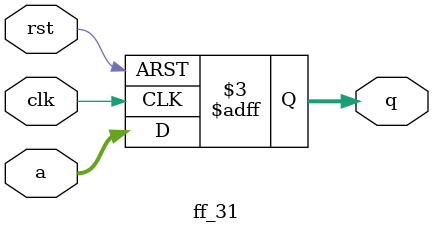
<source format=sv>
`include "../src/bch_31_tables.sv"

module gf_multiplier (
    input  logic [4:0] a,
    input  logic [4:0] b,
    output logic [4:0] p
);
    always_comb begin
        p = gf_mult(a, b);
    end
endmodule

module gf_divider (
    input  logic [4:0] a,
    input  logic [4:0] b,
    output logic [4:0] q
);
    always_comb begin
        q = gf_div(a, b);
    end
endmodule

module gf_power (
    input  logic [4:0] a,
    output logic [4:0] y
);
    always_comb begin
        y = gf_pow(a);
    end
endmodule

module xor_5 (
    input  logic [4:0] a,
    input  logic [4:0] b,
    output logic [4:0] y
);

assign y = a^b;

endmodule

module ff_5 (
    input logic clk,
    input logic rst,
    input logic [4:0] a,
    output logic [4:0] q
);
    always_ff @(posedge clk or negedge rst) begin
        if (!rst) begin
            q <= 0;
        end else begin
            q <= a;
        end
    end

endmodule

module bch_31_corrector (
    input logic [30:0] corruptedWord,
    input logic [30:0] errorVector,
    output logic [30:0] correctedWord
);
assign correctedWord = corruptedWord ^ errorVector;
endmodule

module ff_31 (
    input logic clk,
    input logic rst,
    input logic [30:0] a,
    output logic [30:0] q
);
    always_ff @(posedge clk or negedge rst) begin
        if (!rst) begin
            q <= 0;
        end else begin
            q <= a;
        end
    end
endmodule
</source>
